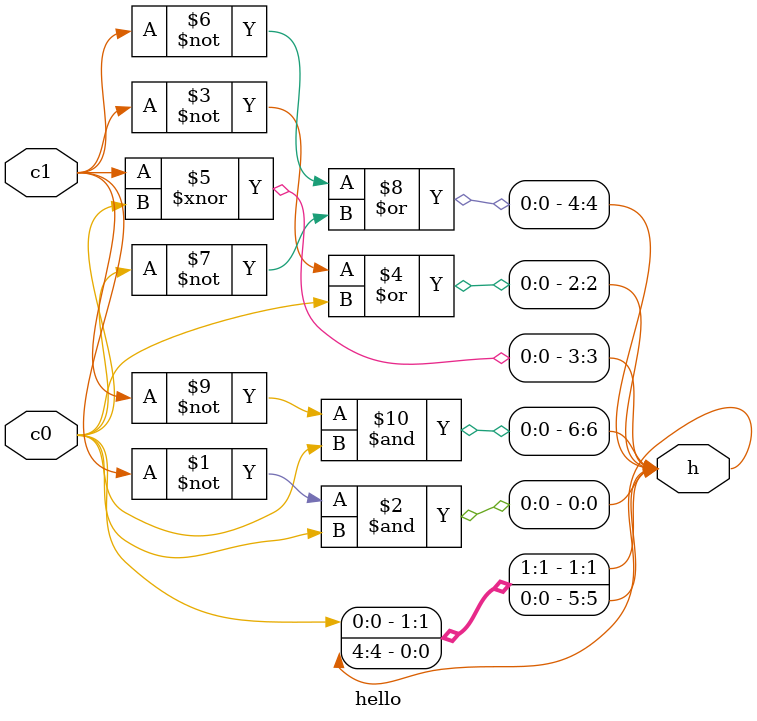
<source format=v>
module hello(input c1, input c0, output [0:6] h);
    assign h[0] = ~c1 & c0;
    assign h[1] = c0;
    assign h[2] = ~c1 | c0;
    assign h[3] = c1 ~^ c0;
    assign h[4] = ~c1 | ~c0;
    assign h[5] = h[4];
    assign h[6] = ~c1 & c0;
endmodule
</source>
